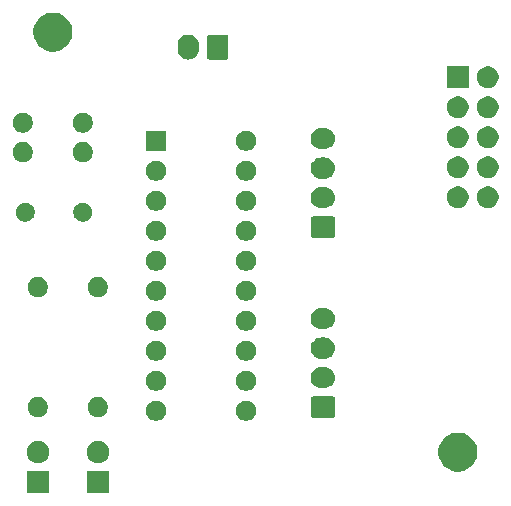
<source format=gbr>
G04 #@! TF.GenerationSoftware,KiCad,Pcbnew,(5.1.5)-3*
G04 #@! TF.CreationDate,2020-02-09T11:05:27+11:00*
G04 #@! TF.ProjectId,US_Board1,55535f42-6f61-4726-9431-2e6b69636164,rev?*
G04 #@! TF.SameCoordinates,Original*
G04 #@! TF.FileFunction,Soldermask,Top*
G04 #@! TF.FilePolarity,Negative*
%FSLAX46Y46*%
G04 Gerber Fmt 4.6, Leading zero omitted, Abs format (unit mm)*
G04 Created by KiCad (PCBNEW (5.1.5)-3) date 2020-02-09 11:05:27*
%MOMM*%
%LPD*%
G04 APERTURE LIST*
%ADD10C,0.100000*%
G04 APERTURE END LIST*
D10*
G36*
X134301000Y-119061000D02*
G01*
X132399000Y-119061000D01*
X132399000Y-117159000D01*
X134301000Y-117159000D01*
X134301000Y-119061000D01*
G37*
G36*
X129221000Y-119061000D02*
G01*
X127319000Y-119061000D01*
X127319000Y-117159000D01*
X129221000Y-117159000D01*
X129221000Y-119061000D01*
G37*
G36*
X164205256Y-113961298D02*
G01*
X164311579Y-113982447D01*
X164612042Y-114106903D01*
X164882451Y-114287585D01*
X165112415Y-114517549D01*
X165293097Y-114787958D01*
X165417553Y-115088421D01*
X165423742Y-115119534D01*
X165481000Y-115407389D01*
X165481000Y-115732611D01*
X165438702Y-115945256D01*
X165417553Y-116051579D01*
X165293097Y-116352042D01*
X165112415Y-116622451D01*
X164882451Y-116852415D01*
X164612042Y-117033097D01*
X164311579Y-117157553D01*
X164205256Y-117178702D01*
X163992611Y-117221000D01*
X163667389Y-117221000D01*
X163454744Y-117178702D01*
X163348421Y-117157553D01*
X163047958Y-117033097D01*
X162777549Y-116852415D01*
X162547585Y-116622451D01*
X162366903Y-116352042D01*
X162242447Y-116051579D01*
X162221298Y-115945256D01*
X162179000Y-115732611D01*
X162179000Y-115407389D01*
X162236258Y-115119534D01*
X162242447Y-115088421D01*
X162366903Y-114787958D01*
X162547585Y-114517549D01*
X162777549Y-114287585D01*
X163047958Y-114106903D01*
X163348421Y-113982447D01*
X163454744Y-113961298D01*
X163667389Y-113919000D01*
X163992611Y-113919000D01*
X164205256Y-113961298D01*
G37*
G36*
X128547395Y-114655546D02*
G01*
X128720466Y-114727234D01*
X128720467Y-114727235D01*
X128876227Y-114831310D01*
X129008690Y-114963773D01*
X129008691Y-114963775D01*
X129112766Y-115119534D01*
X129184454Y-115292605D01*
X129221000Y-115476333D01*
X129221000Y-115663667D01*
X129184454Y-115847395D01*
X129112766Y-116020466D01*
X129091977Y-116051579D01*
X129008690Y-116176227D01*
X128876227Y-116308690D01*
X128811349Y-116352040D01*
X128720466Y-116412766D01*
X128547395Y-116484454D01*
X128363667Y-116521000D01*
X128176333Y-116521000D01*
X127992605Y-116484454D01*
X127819534Y-116412766D01*
X127728651Y-116352040D01*
X127663773Y-116308690D01*
X127531310Y-116176227D01*
X127448023Y-116051579D01*
X127427234Y-116020466D01*
X127355546Y-115847395D01*
X127319000Y-115663667D01*
X127319000Y-115476333D01*
X127355546Y-115292605D01*
X127427234Y-115119534D01*
X127531309Y-114963775D01*
X127531310Y-114963773D01*
X127663773Y-114831310D01*
X127819533Y-114727235D01*
X127819534Y-114727234D01*
X127992605Y-114655546D01*
X128176333Y-114619000D01*
X128363667Y-114619000D01*
X128547395Y-114655546D01*
G37*
G36*
X133627395Y-114655546D02*
G01*
X133800466Y-114727234D01*
X133800467Y-114727235D01*
X133956227Y-114831310D01*
X134088690Y-114963773D01*
X134088691Y-114963775D01*
X134192766Y-115119534D01*
X134264454Y-115292605D01*
X134301000Y-115476333D01*
X134301000Y-115663667D01*
X134264454Y-115847395D01*
X134192766Y-116020466D01*
X134171977Y-116051579D01*
X134088690Y-116176227D01*
X133956227Y-116308690D01*
X133891349Y-116352040D01*
X133800466Y-116412766D01*
X133627395Y-116484454D01*
X133443667Y-116521000D01*
X133256333Y-116521000D01*
X133072605Y-116484454D01*
X132899534Y-116412766D01*
X132808651Y-116352040D01*
X132743773Y-116308690D01*
X132611310Y-116176227D01*
X132528023Y-116051579D01*
X132507234Y-116020466D01*
X132435546Y-115847395D01*
X132399000Y-115663667D01*
X132399000Y-115476333D01*
X132435546Y-115292605D01*
X132507234Y-115119534D01*
X132611309Y-114963775D01*
X132611310Y-114963773D01*
X132743773Y-114831310D01*
X132899533Y-114727235D01*
X132899534Y-114727234D01*
X133072605Y-114655546D01*
X133256333Y-114619000D01*
X133443667Y-114619000D01*
X133627395Y-114655546D01*
G37*
G36*
X138533229Y-111246704D02*
G01*
X138688101Y-111310854D01*
X138827482Y-111403986D01*
X138946016Y-111522520D01*
X139039148Y-111661901D01*
X139103298Y-111816773D01*
X139136001Y-111981185D01*
X139136001Y-112148817D01*
X139103298Y-112313229D01*
X139039148Y-112468101D01*
X138946016Y-112607482D01*
X138827482Y-112726016D01*
X138688101Y-112819148D01*
X138533229Y-112883298D01*
X138368817Y-112916001D01*
X138201185Y-112916001D01*
X138036773Y-112883298D01*
X137881901Y-112819148D01*
X137742520Y-112726016D01*
X137623986Y-112607482D01*
X137530854Y-112468101D01*
X137466704Y-112313229D01*
X137434001Y-112148817D01*
X137434001Y-111981185D01*
X137466704Y-111816773D01*
X137530854Y-111661901D01*
X137623986Y-111522520D01*
X137742520Y-111403986D01*
X137881901Y-111310854D01*
X138036773Y-111246704D01*
X138201185Y-111214001D01*
X138368817Y-111214001D01*
X138533229Y-111246704D01*
G37*
G36*
X146153229Y-111246704D02*
G01*
X146308101Y-111310854D01*
X146447482Y-111403986D01*
X146566016Y-111522520D01*
X146659148Y-111661901D01*
X146723298Y-111816773D01*
X146756001Y-111981185D01*
X146756001Y-112148817D01*
X146723298Y-112313229D01*
X146659148Y-112468101D01*
X146566016Y-112607482D01*
X146447482Y-112726016D01*
X146308101Y-112819148D01*
X146153229Y-112883298D01*
X145988817Y-112916001D01*
X145821185Y-112916001D01*
X145656773Y-112883298D01*
X145501901Y-112819148D01*
X145362520Y-112726016D01*
X145243986Y-112607482D01*
X145150854Y-112468101D01*
X145086704Y-112313229D01*
X145054001Y-112148817D01*
X145054001Y-111981185D01*
X145086704Y-111816773D01*
X145150854Y-111661901D01*
X145243986Y-111522520D01*
X145362520Y-111403986D01*
X145501901Y-111310854D01*
X145656773Y-111246704D01*
X145821185Y-111214001D01*
X145988817Y-111214001D01*
X146153229Y-111246704D01*
G37*
G36*
X153283600Y-110862989D02*
G01*
X153316652Y-110873015D01*
X153347103Y-110889292D01*
X153373799Y-110911201D01*
X153395708Y-110937897D01*
X153411985Y-110968348D01*
X153422011Y-111001400D01*
X153426000Y-111041903D01*
X153426000Y-112478097D01*
X153422011Y-112518600D01*
X153411985Y-112551652D01*
X153395708Y-112582103D01*
X153373799Y-112608799D01*
X153347103Y-112630708D01*
X153316652Y-112646985D01*
X153283600Y-112657011D01*
X153243097Y-112661000D01*
X151556903Y-112661000D01*
X151516400Y-112657011D01*
X151483348Y-112646985D01*
X151452897Y-112630708D01*
X151426201Y-112608799D01*
X151404292Y-112582103D01*
X151388015Y-112551652D01*
X151377989Y-112518600D01*
X151374000Y-112478097D01*
X151374000Y-111041903D01*
X151377989Y-111001400D01*
X151388015Y-110968348D01*
X151404292Y-110937897D01*
X151426201Y-110911201D01*
X151452897Y-110889292D01*
X151483348Y-110873015D01*
X151516400Y-110862989D01*
X151556903Y-110859000D01*
X153243097Y-110859000D01*
X153283600Y-110862989D01*
G37*
G36*
X128518228Y-110941703D02*
G01*
X128673100Y-111005853D01*
X128812481Y-111098985D01*
X128931015Y-111217519D01*
X129024147Y-111356900D01*
X129088297Y-111511772D01*
X129121000Y-111676184D01*
X129121000Y-111843816D01*
X129088297Y-112008228D01*
X129024147Y-112163100D01*
X128931015Y-112302481D01*
X128812481Y-112421015D01*
X128673100Y-112514147D01*
X128518228Y-112578297D01*
X128353816Y-112611000D01*
X128186184Y-112611000D01*
X128021772Y-112578297D01*
X127866900Y-112514147D01*
X127727519Y-112421015D01*
X127608985Y-112302481D01*
X127515853Y-112163100D01*
X127451703Y-112008228D01*
X127419000Y-111843816D01*
X127419000Y-111676184D01*
X127451703Y-111511772D01*
X127515853Y-111356900D01*
X127608985Y-111217519D01*
X127727519Y-111098985D01*
X127866900Y-111005853D01*
X128021772Y-110941703D01*
X128186184Y-110909000D01*
X128353816Y-110909000D01*
X128518228Y-110941703D01*
G37*
G36*
X133598228Y-110941703D02*
G01*
X133753100Y-111005853D01*
X133892481Y-111098985D01*
X134011015Y-111217519D01*
X134104147Y-111356900D01*
X134168297Y-111511772D01*
X134201000Y-111676184D01*
X134201000Y-111843816D01*
X134168297Y-112008228D01*
X134104147Y-112163100D01*
X134011015Y-112302481D01*
X133892481Y-112421015D01*
X133753100Y-112514147D01*
X133598228Y-112578297D01*
X133433816Y-112611000D01*
X133266184Y-112611000D01*
X133101772Y-112578297D01*
X132946900Y-112514147D01*
X132807519Y-112421015D01*
X132688985Y-112302481D01*
X132595853Y-112163100D01*
X132531703Y-112008228D01*
X132499000Y-111843816D01*
X132499000Y-111676184D01*
X132531703Y-111511772D01*
X132595853Y-111356900D01*
X132688985Y-111217519D01*
X132807519Y-111098985D01*
X132946900Y-111005853D01*
X133101772Y-110941703D01*
X133266184Y-110909000D01*
X133433816Y-110909000D01*
X133598228Y-110941703D01*
G37*
G36*
X138533229Y-108706704D02*
G01*
X138688101Y-108770854D01*
X138827482Y-108863986D01*
X138946016Y-108982520D01*
X139039148Y-109121901D01*
X139103298Y-109276773D01*
X139136001Y-109441185D01*
X139136001Y-109608817D01*
X139103298Y-109773229D01*
X139039148Y-109928101D01*
X138946016Y-110067482D01*
X138827482Y-110186016D01*
X138688101Y-110279148D01*
X138533229Y-110343298D01*
X138368817Y-110376001D01*
X138201185Y-110376001D01*
X138036773Y-110343298D01*
X137881901Y-110279148D01*
X137742520Y-110186016D01*
X137623986Y-110067482D01*
X137530854Y-109928101D01*
X137466704Y-109773229D01*
X137434001Y-109608817D01*
X137434001Y-109441185D01*
X137466704Y-109276773D01*
X137530854Y-109121901D01*
X137623986Y-108982520D01*
X137742520Y-108863986D01*
X137881901Y-108770854D01*
X138036773Y-108706704D01*
X138201185Y-108674001D01*
X138368817Y-108674001D01*
X138533229Y-108706704D01*
G37*
G36*
X146153229Y-108706704D02*
G01*
X146308101Y-108770854D01*
X146447482Y-108863986D01*
X146566016Y-108982520D01*
X146659148Y-109121901D01*
X146723298Y-109276773D01*
X146756001Y-109441185D01*
X146756001Y-109608817D01*
X146723298Y-109773229D01*
X146659148Y-109928101D01*
X146566016Y-110067482D01*
X146447482Y-110186016D01*
X146308101Y-110279148D01*
X146153229Y-110343298D01*
X145988817Y-110376001D01*
X145821185Y-110376001D01*
X145656773Y-110343298D01*
X145501901Y-110279148D01*
X145362520Y-110186016D01*
X145243986Y-110067482D01*
X145150854Y-109928101D01*
X145086704Y-109773229D01*
X145054001Y-109608817D01*
X145054001Y-109441185D01*
X145086704Y-109276773D01*
X145150854Y-109121901D01*
X145243986Y-108982520D01*
X145362520Y-108863986D01*
X145501901Y-108770854D01*
X145656773Y-108706704D01*
X145821185Y-108674001D01*
X145988817Y-108674001D01*
X146153229Y-108706704D01*
G37*
G36*
X152635443Y-108365519D02*
G01*
X152701627Y-108372037D01*
X152871466Y-108423557D01*
X153027991Y-108507222D01*
X153063729Y-108536552D01*
X153165186Y-108619814D01*
X153236495Y-108706706D01*
X153277778Y-108757009D01*
X153361443Y-108913534D01*
X153412963Y-109083373D01*
X153430359Y-109260000D01*
X153412963Y-109436627D01*
X153361443Y-109606466D01*
X153277778Y-109762991D01*
X153269375Y-109773230D01*
X153165186Y-109900186D01*
X153063729Y-109983448D01*
X153027991Y-110012778D01*
X152871466Y-110096443D01*
X152701627Y-110147963D01*
X152635442Y-110154482D01*
X152569260Y-110161000D01*
X152230740Y-110161000D01*
X152164558Y-110154482D01*
X152098373Y-110147963D01*
X151928534Y-110096443D01*
X151772009Y-110012778D01*
X151736271Y-109983448D01*
X151634814Y-109900186D01*
X151530625Y-109773230D01*
X151522222Y-109762991D01*
X151438557Y-109606466D01*
X151387037Y-109436627D01*
X151369641Y-109260000D01*
X151387037Y-109083373D01*
X151438557Y-108913534D01*
X151522222Y-108757009D01*
X151563505Y-108706706D01*
X151634814Y-108619814D01*
X151736271Y-108536552D01*
X151772009Y-108507222D01*
X151928534Y-108423557D01*
X152098373Y-108372037D01*
X152164557Y-108365519D01*
X152230740Y-108359000D01*
X152569260Y-108359000D01*
X152635443Y-108365519D01*
G37*
G36*
X146153229Y-106166704D02*
G01*
X146308101Y-106230854D01*
X146447482Y-106323986D01*
X146566016Y-106442520D01*
X146659148Y-106581901D01*
X146723298Y-106736773D01*
X146756001Y-106901185D01*
X146756001Y-107068817D01*
X146723298Y-107233229D01*
X146659148Y-107388101D01*
X146566016Y-107527482D01*
X146447482Y-107646016D01*
X146308101Y-107739148D01*
X146153229Y-107803298D01*
X145988817Y-107836001D01*
X145821185Y-107836001D01*
X145656773Y-107803298D01*
X145501901Y-107739148D01*
X145362520Y-107646016D01*
X145243986Y-107527482D01*
X145150854Y-107388101D01*
X145086704Y-107233229D01*
X145054001Y-107068817D01*
X145054001Y-106901185D01*
X145086704Y-106736773D01*
X145150854Y-106581901D01*
X145243986Y-106442520D01*
X145362520Y-106323986D01*
X145501901Y-106230854D01*
X145656773Y-106166704D01*
X145821185Y-106134001D01*
X145988817Y-106134001D01*
X146153229Y-106166704D01*
G37*
G36*
X138533229Y-106166704D02*
G01*
X138688101Y-106230854D01*
X138827482Y-106323986D01*
X138946016Y-106442520D01*
X139039148Y-106581901D01*
X139103298Y-106736773D01*
X139136001Y-106901185D01*
X139136001Y-107068817D01*
X139103298Y-107233229D01*
X139039148Y-107388101D01*
X138946016Y-107527482D01*
X138827482Y-107646016D01*
X138688101Y-107739148D01*
X138533229Y-107803298D01*
X138368817Y-107836001D01*
X138201185Y-107836001D01*
X138036773Y-107803298D01*
X137881901Y-107739148D01*
X137742520Y-107646016D01*
X137623986Y-107527482D01*
X137530854Y-107388101D01*
X137466704Y-107233229D01*
X137434001Y-107068817D01*
X137434001Y-106901185D01*
X137466704Y-106736773D01*
X137530854Y-106581901D01*
X137623986Y-106442520D01*
X137742520Y-106323986D01*
X137881901Y-106230854D01*
X138036773Y-106166704D01*
X138201185Y-106134001D01*
X138368817Y-106134001D01*
X138533229Y-106166704D01*
G37*
G36*
X152635442Y-105865518D02*
G01*
X152701627Y-105872037D01*
X152871466Y-105923557D01*
X153027991Y-106007222D01*
X153063729Y-106036552D01*
X153165186Y-106119814D01*
X153248448Y-106221271D01*
X153277778Y-106257009D01*
X153361443Y-106413534D01*
X153412963Y-106583373D01*
X153430359Y-106760000D01*
X153412963Y-106936627D01*
X153361443Y-107106466D01*
X153277778Y-107262991D01*
X153248448Y-107298729D01*
X153165186Y-107400186D01*
X153063729Y-107483448D01*
X153027991Y-107512778D01*
X152871466Y-107596443D01*
X152701627Y-107647963D01*
X152635442Y-107654482D01*
X152569260Y-107661000D01*
X152230740Y-107661000D01*
X152164558Y-107654482D01*
X152098373Y-107647963D01*
X151928534Y-107596443D01*
X151772009Y-107512778D01*
X151736271Y-107483448D01*
X151634814Y-107400186D01*
X151551552Y-107298729D01*
X151522222Y-107262991D01*
X151438557Y-107106466D01*
X151387037Y-106936627D01*
X151369641Y-106760000D01*
X151387037Y-106583373D01*
X151438557Y-106413534D01*
X151522222Y-106257009D01*
X151551552Y-106221271D01*
X151634814Y-106119814D01*
X151736271Y-106036552D01*
X151772009Y-106007222D01*
X151928534Y-105923557D01*
X152098373Y-105872037D01*
X152164558Y-105865518D01*
X152230740Y-105859000D01*
X152569260Y-105859000D01*
X152635442Y-105865518D01*
G37*
G36*
X146153229Y-103626704D02*
G01*
X146308101Y-103690854D01*
X146447482Y-103783986D01*
X146566016Y-103902520D01*
X146659148Y-104041901D01*
X146723298Y-104196773D01*
X146756001Y-104361185D01*
X146756001Y-104528817D01*
X146723298Y-104693229D01*
X146659148Y-104848101D01*
X146566016Y-104987482D01*
X146447482Y-105106016D01*
X146308101Y-105199148D01*
X146153229Y-105263298D01*
X145988817Y-105296001D01*
X145821185Y-105296001D01*
X145656773Y-105263298D01*
X145501901Y-105199148D01*
X145362520Y-105106016D01*
X145243986Y-104987482D01*
X145150854Y-104848101D01*
X145086704Y-104693229D01*
X145054001Y-104528817D01*
X145054001Y-104361185D01*
X145086704Y-104196773D01*
X145150854Y-104041901D01*
X145243986Y-103902520D01*
X145362520Y-103783986D01*
X145501901Y-103690854D01*
X145656773Y-103626704D01*
X145821185Y-103594001D01*
X145988817Y-103594001D01*
X146153229Y-103626704D01*
G37*
G36*
X138533229Y-103626704D02*
G01*
X138688101Y-103690854D01*
X138827482Y-103783986D01*
X138946016Y-103902520D01*
X139039148Y-104041901D01*
X139103298Y-104196773D01*
X139136001Y-104361185D01*
X139136001Y-104528817D01*
X139103298Y-104693229D01*
X139039148Y-104848101D01*
X138946016Y-104987482D01*
X138827482Y-105106016D01*
X138688101Y-105199148D01*
X138533229Y-105263298D01*
X138368817Y-105296001D01*
X138201185Y-105296001D01*
X138036773Y-105263298D01*
X137881901Y-105199148D01*
X137742520Y-105106016D01*
X137623986Y-104987482D01*
X137530854Y-104848101D01*
X137466704Y-104693229D01*
X137434001Y-104528817D01*
X137434001Y-104361185D01*
X137466704Y-104196773D01*
X137530854Y-104041901D01*
X137623986Y-103902520D01*
X137742520Y-103783986D01*
X137881901Y-103690854D01*
X138036773Y-103626704D01*
X138201185Y-103594001D01*
X138368817Y-103594001D01*
X138533229Y-103626704D01*
G37*
G36*
X152635443Y-103365519D02*
G01*
X152701627Y-103372037D01*
X152871466Y-103423557D01*
X153027991Y-103507222D01*
X153063729Y-103536552D01*
X153165186Y-103619814D01*
X153223485Y-103690853D01*
X153277778Y-103757009D01*
X153361443Y-103913534D01*
X153412963Y-104083373D01*
X153430359Y-104260000D01*
X153412963Y-104436627D01*
X153361443Y-104606466D01*
X153277778Y-104762991D01*
X153248448Y-104798729D01*
X153165186Y-104900186D01*
X153063729Y-104983448D01*
X153027991Y-105012778D01*
X152871466Y-105096443D01*
X152701627Y-105147963D01*
X152635442Y-105154482D01*
X152569260Y-105161000D01*
X152230740Y-105161000D01*
X152164557Y-105154481D01*
X152098373Y-105147963D01*
X151928534Y-105096443D01*
X151772009Y-105012778D01*
X151736271Y-104983448D01*
X151634814Y-104900186D01*
X151551552Y-104798729D01*
X151522222Y-104762991D01*
X151438557Y-104606466D01*
X151387037Y-104436627D01*
X151369641Y-104260000D01*
X151387037Y-104083373D01*
X151438557Y-103913534D01*
X151522222Y-103757009D01*
X151576515Y-103690853D01*
X151634814Y-103619814D01*
X151736271Y-103536552D01*
X151772009Y-103507222D01*
X151928534Y-103423557D01*
X152098373Y-103372037D01*
X152164557Y-103365519D01*
X152230740Y-103359000D01*
X152569260Y-103359000D01*
X152635443Y-103365519D01*
G37*
G36*
X146153229Y-101086704D02*
G01*
X146308101Y-101150854D01*
X146447482Y-101243986D01*
X146566016Y-101362520D01*
X146659148Y-101501901D01*
X146723298Y-101656773D01*
X146756001Y-101821185D01*
X146756001Y-101988817D01*
X146723298Y-102153229D01*
X146659148Y-102308101D01*
X146566016Y-102447482D01*
X146447482Y-102566016D01*
X146308101Y-102659148D01*
X146153229Y-102723298D01*
X145988817Y-102756001D01*
X145821185Y-102756001D01*
X145656773Y-102723298D01*
X145501901Y-102659148D01*
X145362520Y-102566016D01*
X145243986Y-102447482D01*
X145150854Y-102308101D01*
X145086704Y-102153229D01*
X145054001Y-101988817D01*
X145054001Y-101821185D01*
X145086704Y-101656773D01*
X145150854Y-101501901D01*
X145243986Y-101362520D01*
X145362520Y-101243986D01*
X145501901Y-101150854D01*
X145656773Y-101086704D01*
X145821185Y-101054001D01*
X145988817Y-101054001D01*
X146153229Y-101086704D01*
G37*
G36*
X138533229Y-101086704D02*
G01*
X138688101Y-101150854D01*
X138827482Y-101243986D01*
X138946016Y-101362520D01*
X139039148Y-101501901D01*
X139103298Y-101656773D01*
X139136001Y-101821185D01*
X139136001Y-101988817D01*
X139103298Y-102153229D01*
X139039148Y-102308101D01*
X138946016Y-102447482D01*
X138827482Y-102566016D01*
X138688101Y-102659148D01*
X138533229Y-102723298D01*
X138368817Y-102756001D01*
X138201185Y-102756001D01*
X138036773Y-102723298D01*
X137881901Y-102659148D01*
X137742520Y-102566016D01*
X137623986Y-102447482D01*
X137530854Y-102308101D01*
X137466704Y-102153229D01*
X137434001Y-101988817D01*
X137434001Y-101821185D01*
X137466704Y-101656773D01*
X137530854Y-101501901D01*
X137623986Y-101362520D01*
X137742520Y-101243986D01*
X137881901Y-101150854D01*
X138036773Y-101086704D01*
X138201185Y-101054001D01*
X138368817Y-101054001D01*
X138533229Y-101086704D01*
G37*
G36*
X128518228Y-100781703D02*
G01*
X128673100Y-100845853D01*
X128812481Y-100938985D01*
X128931015Y-101057519D01*
X129024147Y-101196900D01*
X129088297Y-101351772D01*
X129121000Y-101516184D01*
X129121000Y-101683816D01*
X129088297Y-101848228D01*
X129024147Y-102003100D01*
X128931015Y-102142481D01*
X128812481Y-102261015D01*
X128673100Y-102354147D01*
X128518228Y-102418297D01*
X128353816Y-102451000D01*
X128186184Y-102451000D01*
X128021772Y-102418297D01*
X127866900Y-102354147D01*
X127727519Y-102261015D01*
X127608985Y-102142481D01*
X127515853Y-102003100D01*
X127451703Y-101848228D01*
X127419000Y-101683816D01*
X127419000Y-101516184D01*
X127451703Y-101351772D01*
X127515853Y-101196900D01*
X127608985Y-101057519D01*
X127727519Y-100938985D01*
X127866900Y-100845853D01*
X128021772Y-100781703D01*
X128186184Y-100749000D01*
X128353816Y-100749000D01*
X128518228Y-100781703D01*
G37*
G36*
X133598228Y-100781703D02*
G01*
X133753100Y-100845853D01*
X133892481Y-100938985D01*
X134011015Y-101057519D01*
X134104147Y-101196900D01*
X134168297Y-101351772D01*
X134201000Y-101516184D01*
X134201000Y-101683816D01*
X134168297Y-101848228D01*
X134104147Y-102003100D01*
X134011015Y-102142481D01*
X133892481Y-102261015D01*
X133753100Y-102354147D01*
X133598228Y-102418297D01*
X133433816Y-102451000D01*
X133266184Y-102451000D01*
X133101772Y-102418297D01*
X132946900Y-102354147D01*
X132807519Y-102261015D01*
X132688985Y-102142481D01*
X132595853Y-102003100D01*
X132531703Y-101848228D01*
X132499000Y-101683816D01*
X132499000Y-101516184D01*
X132531703Y-101351772D01*
X132595853Y-101196900D01*
X132688985Y-101057519D01*
X132807519Y-100938985D01*
X132946900Y-100845853D01*
X133101772Y-100781703D01*
X133266184Y-100749000D01*
X133433816Y-100749000D01*
X133598228Y-100781703D01*
G37*
G36*
X146153229Y-98546704D02*
G01*
X146308101Y-98610854D01*
X146447482Y-98703986D01*
X146566016Y-98822520D01*
X146659148Y-98961901D01*
X146723298Y-99116773D01*
X146756001Y-99281185D01*
X146756001Y-99448817D01*
X146723298Y-99613229D01*
X146659148Y-99768101D01*
X146566016Y-99907482D01*
X146447482Y-100026016D01*
X146308101Y-100119148D01*
X146153229Y-100183298D01*
X145988817Y-100216001D01*
X145821185Y-100216001D01*
X145656773Y-100183298D01*
X145501901Y-100119148D01*
X145362520Y-100026016D01*
X145243986Y-99907482D01*
X145150854Y-99768101D01*
X145086704Y-99613229D01*
X145054001Y-99448817D01*
X145054001Y-99281185D01*
X145086704Y-99116773D01*
X145150854Y-98961901D01*
X145243986Y-98822520D01*
X145362520Y-98703986D01*
X145501901Y-98610854D01*
X145656773Y-98546704D01*
X145821185Y-98514001D01*
X145988817Y-98514001D01*
X146153229Y-98546704D01*
G37*
G36*
X138533229Y-98546704D02*
G01*
X138688101Y-98610854D01*
X138827482Y-98703986D01*
X138946016Y-98822520D01*
X139039148Y-98961901D01*
X139103298Y-99116773D01*
X139136001Y-99281185D01*
X139136001Y-99448817D01*
X139103298Y-99613229D01*
X139039148Y-99768101D01*
X138946016Y-99907482D01*
X138827482Y-100026016D01*
X138688101Y-100119148D01*
X138533229Y-100183298D01*
X138368817Y-100216001D01*
X138201185Y-100216001D01*
X138036773Y-100183298D01*
X137881901Y-100119148D01*
X137742520Y-100026016D01*
X137623986Y-99907482D01*
X137530854Y-99768101D01*
X137466704Y-99613229D01*
X137434001Y-99448817D01*
X137434001Y-99281185D01*
X137466704Y-99116773D01*
X137530854Y-98961901D01*
X137623986Y-98822520D01*
X137742520Y-98703986D01*
X137881901Y-98610854D01*
X138036773Y-98546704D01*
X138201185Y-98514001D01*
X138368817Y-98514001D01*
X138533229Y-98546704D01*
G37*
G36*
X146153229Y-96006704D02*
G01*
X146308101Y-96070854D01*
X146447482Y-96163986D01*
X146566016Y-96282520D01*
X146659148Y-96421901D01*
X146723298Y-96576773D01*
X146756001Y-96741185D01*
X146756001Y-96908817D01*
X146723298Y-97073229D01*
X146659148Y-97228101D01*
X146566016Y-97367482D01*
X146447482Y-97486016D01*
X146308101Y-97579148D01*
X146153229Y-97643298D01*
X145988817Y-97676001D01*
X145821185Y-97676001D01*
X145656773Y-97643298D01*
X145501901Y-97579148D01*
X145362520Y-97486016D01*
X145243986Y-97367482D01*
X145150854Y-97228101D01*
X145086704Y-97073229D01*
X145054001Y-96908817D01*
X145054001Y-96741185D01*
X145086704Y-96576773D01*
X145150854Y-96421901D01*
X145243986Y-96282520D01*
X145362520Y-96163986D01*
X145501901Y-96070854D01*
X145656773Y-96006704D01*
X145821185Y-95974001D01*
X145988817Y-95974001D01*
X146153229Y-96006704D01*
G37*
G36*
X138533229Y-96006704D02*
G01*
X138688101Y-96070854D01*
X138827482Y-96163986D01*
X138946016Y-96282520D01*
X139039148Y-96421901D01*
X139103298Y-96576773D01*
X139136001Y-96741185D01*
X139136001Y-96908817D01*
X139103298Y-97073229D01*
X139039148Y-97228101D01*
X138946016Y-97367482D01*
X138827482Y-97486016D01*
X138688101Y-97579148D01*
X138533229Y-97643298D01*
X138368817Y-97676001D01*
X138201185Y-97676001D01*
X138036773Y-97643298D01*
X137881901Y-97579148D01*
X137742520Y-97486016D01*
X137623986Y-97367482D01*
X137530854Y-97228101D01*
X137466704Y-97073229D01*
X137434001Y-96908817D01*
X137434001Y-96741185D01*
X137466704Y-96576773D01*
X137530854Y-96421901D01*
X137623986Y-96282520D01*
X137742520Y-96163986D01*
X137881901Y-96070854D01*
X138036773Y-96006704D01*
X138201185Y-95974001D01*
X138368817Y-95974001D01*
X138533229Y-96006704D01*
G37*
G36*
X153283600Y-95622989D02*
G01*
X153316652Y-95633015D01*
X153347103Y-95649292D01*
X153373799Y-95671201D01*
X153395708Y-95697897D01*
X153411985Y-95728348D01*
X153422011Y-95761400D01*
X153426000Y-95801903D01*
X153426000Y-97238097D01*
X153422011Y-97278600D01*
X153411985Y-97311652D01*
X153395708Y-97342103D01*
X153373799Y-97368799D01*
X153347103Y-97390708D01*
X153316652Y-97406985D01*
X153283600Y-97417011D01*
X153243097Y-97421000D01*
X151556903Y-97421000D01*
X151516400Y-97417011D01*
X151483348Y-97406985D01*
X151452897Y-97390708D01*
X151426201Y-97368799D01*
X151404292Y-97342103D01*
X151388015Y-97311652D01*
X151377989Y-97278600D01*
X151374000Y-97238097D01*
X151374000Y-95801903D01*
X151377989Y-95761400D01*
X151388015Y-95728348D01*
X151404292Y-95697897D01*
X151426201Y-95671201D01*
X151452897Y-95649292D01*
X151483348Y-95633015D01*
X151516400Y-95622989D01*
X151556903Y-95619000D01*
X153243097Y-95619000D01*
X153283600Y-95622989D01*
G37*
G36*
X132313642Y-94479781D02*
G01*
X132459414Y-94540162D01*
X132459416Y-94540163D01*
X132590608Y-94627822D01*
X132702178Y-94739392D01*
X132789837Y-94870584D01*
X132789838Y-94870586D01*
X132850219Y-95016358D01*
X132881000Y-95171107D01*
X132881000Y-95328893D01*
X132850219Y-95483642D01*
X132792499Y-95622989D01*
X132789837Y-95629416D01*
X132702178Y-95760608D01*
X132590608Y-95872178D01*
X132459416Y-95959837D01*
X132459415Y-95959838D01*
X132459414Y-95959838D01*
X132313642Y-96020219D01*
X132158893Y-96051000D01*
X132001107Y-96051000D01*
X131846358Y-96020219D01*
X131700586Y-95959838D01*
X131700585Y-95959838D01*
X131700584Y-95959837D01*
X131569392Y-95872178D01*
X131457822Y-95760608D01*
X131370163Y-95629416D01*
X131367501Y-95622989D01*
X131309781Y-95483642D01*
X131279000Y-95328893D01*
X131279000Y-95171107D01*
X131309781Y-95016358D01*
X131370162Y-94870586D01*
X131370163Y-94870584D01*
X131457822Y-94739392D01*
X131569392Y-94627822D01*
X131700584Y-94540163D01*
X131700586Y-94540162D01*
X131846358Y-94479781D01*
X132001107Y-94449000D01*
X132158893Y-94449000D01*
X132313642Y-94479781D01*
G37*
G36*
X127433642Y-94479781D02*
G01*
X127579414Y-94540162D01*
X127579416Y-94540163D01*
X127710608Y-94627822D01*
X127822178Y-94739392D01*
X127909837Y-94870584D01*
X127909838Y-94870586D01*
X127970219Y-95016358D01*
X128001000Y-95171107D01*
X128001000Y-95328893D01*
X127970219Y-95483642D01*
X127912499Y-95622989D01*
X127909837Y-95629416D01*
X127822178Y-95760608D01*
X127710608Y-95872178D01*
X127579416Y-95959837D01*
X127579415Y-95959838D01*
X127579414Y-95959838D01*
X127433642Y-96020219D01*
X127278893Y-96051000D01*
X127121107Y-96051000D01*
X126966358Y-96020219D01*
X126820586Y-95959838D01*
X126820585Y-95959838D01*
X126820584Y-95959837D01*
X126689392Y-95872178D01*
X126577822Y-95760608D01*
X126490163Y-95629416D01*
X126487501Y-95622989D01*
X126429781Y-95483642D01*
X126399000Y-95328893D01*
X126399000Y-95171107D01*
X126429781Y-95016358D01*
X126490162Y-94870586D01*
X126490163Y-94870584D01*
X126577822Y-94739392D01*
X126689392Y-94627822D01*
X126820584Y-94540163D01*
X126820586Y-94540162D01*
X126966358Y-94479781D01*
X127121107Y-94449000D01*
X127278893Y-94449000D01*
X127433642Y-94479781D01*
G37*
G36*
X146153229Y-93466704D02*
G01*
X146308101Y-93530854D01*
X146447482Y-93623986D01*
X146566016Y-93742520D01*
X146659148Y-93881901D01*
X146723298Y-94036773D01*
X146756001Y-94201185D01*
X146756001Y-94368817D01*
X146723298Y-94533229D01*
X146659148Y-94688101D01*
X146566016Y-94827482D01*
X146447482Y-94946016D01*
X146308101Y-95039148D01*
X146153229Y-95103298D01*
X145988817Y-95136001D01*
X145821185Y-95136001D01*
X145656773Y-95103298D01*
X145501901Y-95039148D01*
X145362520Y-94946016D01*
X145243986Y-94827482D01*
X145150854Y-94688101D01*
X145086704Y-94533229D01*
X145054001Y-94368817D01*
X145054001Y-94201185D01*
X145086704Y-94036773D01*
X145150854Y-93881901D01*
X145243986Y-93742520D01*
X145362520Y-93623986D01*
X145501901Y-93530854D01*
X145656773Y-93466704D01*
X145821185Y-93434001D01*
X145988817Y-93434001D01*
X146153229Y-93466704D01*
G37*
G36*
X138533229Y-93466704D02*
G01*
X138688101Y-93530854D01*
X138827482Y-93623986D01*
X138946016Y-93742520D01*
X139039148Y-93881901D01*
X139103298Y-94036773D01*
X139136001Y-94201185D01*
X139136001Y-94368817D01*
X139103298Y-94533229D01*
X139039148Y-94688101D01*
X138946016Y-94827482D01*
X138827482Y-94946016D01*
X138688101Y-95039148D01*
X138533229Y-95103298D01*
X138368817Y-95136001D01*
X138201185Y-95136001D01*
X138036773Y-95103298D01*
X137881901Y-95039148D01*
X137742520Y-94946016D01*
X137623986Y-94827482D01*
X137530854Y-94688101D01*
X137466704Y-94533229D01*
X137434001Y-94368817D01*
X137434001Y-94201185D01*
X137466704Y-94036773D01*
X137530854Y-93881901D01*
X137623986Y-93742520D01*
X137742520Y-93623986D01*
X137881901Y-93530854D01*
X138036773Y-93466704D01*
X138201185Y-93434001D01*
X138368817Y-93434001D01*
X138533229Y-93466704D01*
G37*
G36*
X152635443Y-93125519D02*
G01*
X152701627Y-93132037D01*
X152871466Y-93183557D01*
X153027991Y-93267222D01*
X153063729Y-93296552D01*
X153165186Y-93379814D01*
X153236495Y-93466706D01*
X153277778Y-93517009D01*
X153361443Y-93673534D01*
X153412963Y-93843373D01*
X153430359Y-94020000D01*
X153412963Y-94196627D01*
X153361443Y-94366466D01*
X153277778Y-94522991D01*
X153269375Y-94533230D01*
X153165186Y-94660186D01*
X153063729Y-94743448D01*
X153027991Y-94772778D01*
X152871466Y-94856443D01*
X152701627Y-94907963D01*
X152635442Y-94914482D01*
X152569260Y-94921000D01*
X152230740Y-94921000D01*
X152164557Y-94914481D01*
X152098373Y-94907963D01*
X151928534Y-94856443D01*
X151772009Y-94772778D01*
X151736271Y-94743448D01*
X151634814Y-94660186D01*
X151530625Y-94533230D01*
X151522222Y-94522991D01*
X151438557Y-94366466D01*
X151387037Y-94196627D01*
X151369641Y-94020000D01*
X151387037Y-93843373D01*
X151438557Y-93673534D01*
X151522222Y-93517009D01*
X151563505Y-93466706D01*
X151634814Y-93379814D01*
X151736271Y-93296552D01*
X151772009Y-93267222D01*
X151928534Y-93183557D01*
X152098373Y-93132037D01*
X152164557Y-93125519D01*
X152230740Y-93119000D01*
X152569260Y-93119000D01*
X152635443Y-93125519D01*
G37*
G36*
X166636778Y-93100547D02*
G01*
X166803224Y-93169491D01*
X166953022Y-93269583D01*
X167080417Y-93396978D01*
X167180509Y-93546776D01*
X167249453Y-93713222D01*
X167284600Y-93889918D01*
X167284600Y-94070082D01*
X167249453Y-94246778D01*
X167180509Y-94413224D01*
X167080417Y-94563022D01*
X166953022Y-94690417D01*
X166803224Y-94790509D01*
X166636778Y-94859453D01*
X166460082Y-94894600D01*
X166279918Y-94894600D01*
X166103222Y-94859453D01*
X165936776Y-94790509D01*
X165786978Y-94690417D01*
X165659583Y-94563022D01*
X165559491Y-94413224D01*
X165490547Y-94246778D01*
X165455400Y-94070082D01*
X165455400Y-93889918D01*
X165490547Y-93713222D01*
X165559491Y-93546776D01*
X165659583Y-93396978D01*
X165786978Y-93269583D01*
X165936776Y-93169491D01*
X166103222Y-93100547D01*
X166279918Y-93065400D01*
X166460082Y-93065400D01*
X166636778Y-93100547D01*
G37*
G36*
X164096778Y-93100547D02*
G01*
X164263224Y-93169491D01*
X164413022Y-93269583D01*
X164540417Y-93396978D01*
X164640509Y-93546776D01*
X164709453Y-93713222D01*
X164744600Y-93889918D01*
X164744600Y-94070082D01*
X164709453Y-94246778D01*
X164640509Y-94413224D01*
X164540417Y-94563022D01*
X164413022Y-94690417D01*
X164263224Y-94790509D01*
X164096778Y-94859453D01*
X163920082Y-94894600D01*
X163739918Y-94894600D01*
X163563222Y-94859453D01*
X163396776Y-94790509D01*
X163246978Y-94690417D01*
X163119583Y-94563022D01*
X163019491Y-94413224D01*
X162950547Y-94246778D01*
X162915400Y-94070082D01*
X162915400Y-93889918D01*
X162950547Y-93713222D01*
X163019491Y-93546776D01*
X163119583Y-93396978D01*
X163246978Y-93269583D01*
X163396776Y-93169491D01*
X163563222Y-93100547D01*
X163739918Y-93065400D01*
X163920082Y-93065400D01*
X164096778Y-93100547D01*
G37*
G36*
X138533229Y-90926704D02*
G01*
X138688101Y-90990854D01*
X138827482Y-91083986D01*
X138946016Y-91202520D01*
X139039148Y-91341901D01*
X139103298Y-91496773D01*
X139136001Y-91661185D01*
X139136001Y-91828817D01*
X139103298Y-91993229D01*
X139039148Y-92148101D01*
X138946016Y-92287482D01*
X138827482Y-92406016D01*
X138688101Y-92499148D01*
X138533229Y-92563298D01*
X138368817Y-92596001D01*
X138201185Y-92596001D01*
X138036773Y-92563298D01*
X137881901Y-92499148D01*
X137742520Y-92406016D01*
X137623986Y-92287482D01*
X137530854Y-92148101D01*
X137466704Y-91993229D01*
X137434001Y-91828817D01*
X137434001Y-91661185D01*
X137466704Y-91496773D01*
X137530854Y-91341901D01*
X137623986Y-91202520D01*
X137742520Y-91083986D01*
X137881901Y-90990854D01*
X138036773Y-90926704D01*
X138201185Y-90894001D01*
X138368817Y-90894001D01*
X138533229Y-90926704D01*
G37*
G36*
X146153229Y-90926704D02*
G01*
X146308101Y-90990854D01*
X146447482Y-91083986D01*
X146566016Y-91202520D01*
X146659148Y-91341901D01*
X146723298Y-91496773D01*
X146756001Y-91661185D01*
X146756001Y-91828817D01*
X146723298Y-91993229D01*
X146659148Y-92148101D01*
X146566016Y-92287482D01*
X146447482Y-92406016D01*
X146308101Y-92499148D01*
X146153229Y-92563298D01*
X145988817Y-92596001D01*
X145821185Y-92596001D01*
X145656773Y-92563298D01*
X145501901Y-92499148D01*
X145362520Y-92406016D01*
X145243986Y-92287482D01*
X145150854Y-92148101D01*
X145086704Y-91993229D01*
X145054001Y-91828817D01*
X145054001Y-91661185D01*
X145086704Y-91496773D01*
X145150854Y-91341901D01*
X145243986Y-91202520D01*
X145362520Y-91083986D01*
X145501901Y-90990854D01*
X145656773Y-90926704D01*
X145821185Y-90894001D01*
X145988817Y-90894001D01*
X146153229Y-90926704D01*
G37*
G36*
X152635442Y-90625518D02*
G01*
X152701627Y-90632037D01*
X152871466Y-90683557D01*
X153027991Y-90767222D01*
X153063729Y-90796552D01*
X153165186Y-90879814D01*
X153248448Y-90981271D01*
X153277778Y-91017009D01*
X153361443Y-91173534D01*
X153412963Y-91343373D01*
X153430359Y-91520000D01*
X153412963Y-91696627D01*
X153361443Y-91866466D01*
X153277778Y-92022991D01*
X153248448Y-92058729D01*
X153165186Y-92160186D01*
X153063729Y-92243448D01*
X153027991Y-92272778D01*
X152871466Y-92356443D01*
X152701627Y-92407963D01*
X152635442Y-92414482D01*
X152569260Y-92421000D01*
X152230740Y-92421000D01*
X152164557Y-92414481D01*
X152098373Y-92407963D01*
X151928534Y-92356443D01*
X151772009Y-92272778D01*
X151736271Y-92243448D01*
X151634814Y-92160186D01*
X151551552Y-92058729D01*
X151522222Y-92022991D01*
X151438557Y-91866466D01*
X151387037Y-91696627D01*
X151369641Y-91520000D01*
X151387037Y-91343373D01*
X151438557Y-91173534D01*
X151522222Y-91017009D01*
X151551552Y-90981271D01*
X151634814Y-90879814D01*
X151736271Y-90796552D01*
X151772009Y-90767222D01*
X151928534Y-90683557D01*
X152098373Y-90632037D01*
X152164558Y-90625518D01*
X152230740Y-90619000D01*
X152569260Y-90619000D01*
X152635442Y-90625518D01*
G37*
G36*
X164096778Y-90560547D02*
G01*
X164263224Y-90629491D01*
X164413022Y-90729583D01*
X164540417Y-90856978D01*
X164640509Y-91006776D01*
X164709453Y-91173222D01*
X164744600Y-91349918D01*
X164744600Y-91530082D01*
X164709453Y-91706778D01*
X164640509Y-91873224D01*
X164540417Y-92023022D01*
X164413022Y-92150417D01*
X164263224Y-92250509D01*
X164096778Y-92319453D01*
X163920082Y-92354600D01*
X163739918Y-92354600D01*
X163563222Y-92319453D01*
X163396776Y-92250509D01*
X163246978Y-92150417D01*
X163119583Y-92023022D01*
X163019491Y-91873224D01*
X162950547Y-91706778D01*
X162915400Y-91530082D01*
X162915400Y-91349918D01*
X162950547Y-91173222D01*
X163019491Y-91006776D01*
X163119583Y-90856978D01*
X163246978Y-90729583D01*
X163396776Y-90629491D01*
X163563222Y-90560547D01*
X163739918Y-90525400D01*
X163920082Y-90525400D01*
X164096778Y-90560547D01*
G37*
G36*
X166636778Y-90560547D02*
G01*
X166803224Y-90629491D01*
X166953022Y-90729583D01*
X167080417Y-90856978D01*
X167180509Y-91006776D01*
X167249453Y-91173222D01*
X167284600Y-91349918D01*
X167284600Y-91530082D01*
X167249453Y-91706778D01*
X167180509Y-91873224D01*
X167080417Y-92023022D01*
X166953022Y-92150417D01*
X166803224Y-92250509D01*
X166636778Y-92319453D01*
X166460082Y-92354600D01*
X166279918Y-92354600D01*
X166103222Y-92319453D01*
X165936776Y-92250509D01*
X165786978Y-92150417D01*
X165659583Y-92023022D01*
X165559491Y-91873224D01*
X165490547Y-91706778D01*
X165455400Y-91530082D01*
X165455400Y-91349918D01*
X165490547Y-91173222D01*
X165559491Y-91006776D01*
X165659583Y-90856978D01*
X165786978Y-90729583D01*
X165936776Y-90629491D01*
X166103222Y-90560547D01*
X166279918Y-90525400D01*
X166460082Y-90525400D01*
X166636778Y-90560547D01*
G37*
G36*
X132328228Y-89351703D02*
G01*
X132483100Y-89415853D01*
X132622481Y-89508985D01*
X132741015Y-89627519D01*
X132834147Y-89766900D01*
X132898297Y-89921772D01*
X132931000Y-90086184D01*
X132931000Y-90253816D01*
X132898297Y-90418228D01*
X132834147Y-90573100D01*
X132741015Y-90712481D01*
X132622481Y-90831015D01*
X132483100Y-90924147D01*
X132328228Y-90988297D01*
X132163816Y-91021000D01*
X131996184Y-91021000D01*
X131831772Y-90988297D01*
X131676900Y-90924147D01*
X131537519Y-90831015D01*
X131418985Y-90712481D01*
X131325853Y-90573100D01*
X131261703Y-90418228D01*
X131229000Y-90253816D01*
X131229000Y-90086184D01*
X131261703Y-89921772D01*
X131325853Y-89766900D01*
X131418985Y-89627519D01*
X131537519Y-89508985D01*
X131676900Y-89415853D01*
X131831772Y-89351703D01*
X131996184Y-89319000D01*
X132163816Y-89319000D01*
X132328228Y-89351703D01*
G37*
G36*
X127248228Y-89351703D02*
G01*
X127403100Y-89415853D01*
X127542481Y-89508985D01*
X127661015Y-89627519D01*
X127754147Y-89766900D01*
X127818297Y-89921772D01*
X127851000Y-90086184D01*
X127851000Y-90253816D01*
X127818297Y-90418228D01*
X127754147Y-90573100D01*
X127661015Y-90712481D01*
X127542481Y-90831015D01*
X127403100Y-90924147D01*
X127248228Y-90988297D01*
X127083816Y-91021000D01*
X126916184Y-91021000D01*
X126751772Y-90988297D01*
X126596900Y-90924147D01*
X126457519Y-90831015D01*
X126338985Y-90712481D01*
X126245853Y-90573100D01*
X126181703Y-90418228D01*
X126149000Y-90253816D01*
X126149000Y-90086184D01*
X126181703Y-89921772D01*
X126245853Y-89766900D01*
X126338985Y-89627519D01*
X126457519Y-89508985D01*
X126596900Y-89415853D01*
X126751772Y-89351703D01*
X126916184Y-89319000D01*
X127083816Y-89319000D01*
X127248228Y-89351703D01*
G37*
G36*
X139136001Y-90056001D02*
G01*
X137434001Y-90056001D01*
X137434001Y-88354001D01*
X139136001Y-88354001D01*
X139136001Y-90056001D01*
G37*
G36*
X146153229Y-88386704D02*
G01*
X146308101Y-88450854D01*
X146447482Y-88543986D01*
X146566016Y-88662520D01*
X146659148Y-88801901D01*
X146723298Y-88956773D01*
X146756001Y-89121185D01*
X146756001Y-89288817D01*
X146723298Y-89453229D01*
X146659148Y-89608101D01*
X146566016Y-89747482D01*
X146447482Y-89866016D01*
X146308101Y-89959148D01*
X146153229Y-90023298D01*
X145988817Y-90056001D01*
X145821185Y-90056001D01*
X145656773Y-90023298D01*
X145501901Y-89959148D01*
X145362520Y-89866016D01*
X145243986Y-89747482D01*
X145150854Y-89608101D01*
X145086704Y-89453229D01*
X145054001Y-89288817D01*
X145054001Y-89121185D01*
X145086704Y-88956773D01*
X145150854Y-88801901D01*
X145243986Y-88662520D01*
X145362520Y-88543986D01*
X145501901Y-88450854D01*
X145656773Y-88386704D01*
X145821185Y-88354001D01*
X145988817Y-88354001D01*
X146153229Y-88386704D01*
G37*
G36*
X152635442Y-88125518D02*
G01*
X152701627Y-88132037D01*
X152871466Y-88183557D01*
X153027991Y-88267222D01*
X153063729Y-88296552D01*
X153165186Y-88379814D01*
X153223485Y-88450853D01*
X153277778Y-88517009D01*
X153361443Y-88673534D01*
X153412963Y-88843373D01*
X153430359Y-89020000D01*
X153412963Y-89196627D01*
X153361443Y-89366466D01*
X153277778Y-89522991D01*
X153248448Y-89558729D01*
X153165186Y-89660186D01*
X153063729Y-89743448D01*
X153027991Y-89772778D01*
X152871466Y-89856443D01*
X152701627Y-89907963D01*
X152635443Y-89914481D01*
X152569260Y-89921000D01*
X152230740Y-89921000D01*
X152164557Y-89914481D01*
X152098373Y-89907963D01*
X151928534Y-89856443D01*
X151772009Y-89772778D01*
X151736271Y-89743448D01*
X151634814Y-89660186D01*
X151551552Y-89558729D01*
X151522222Y-89522991D01*
X151438557Y-89366466D01*
X151387037Y-89196627D01*
X151369641Y-89020000D01*
X151387037Y-88843373D01*
X151438557Y-88673534D01*
X151522222Y-88517009D01*
X151576515Y-88450853D01*
X151634814Y-88379814D01*
X151736271Y-88296552D01*
X151772009Y-88267222D01*
X151928534Y-88183557D01*
X152098373Y-88132037D01*
X152164558Y-88125518D01*
X152230740Y-88119000D01*
X152569260Y-88119000D01*
X152635442Y-88125518D01*
G37*
G36*
X164096778Y-88020547D02*
G01*
X164263224Y-88089491D01*
X164413022Y-88189583D01*
X164540417Y-88316978D01*
X164640509Y-88466776D01*
X164709453Y-88633222D01*
X164744600Y-88809918D01*
X164744600Y-88990082D01*
X164709453Y-89166778D01*
X164640509Y-89333224D01*
X164540417Y-89483022D01*
X164413022Y-89610417D01*
X164263224Y-89710509D01*
X164096778Y-89779453D01*
X163920082Y-89814600D01*
X163739918Y-89814600D01*
X163563222Y-89779453D01*
X163396776Y-89710509D01*
X163246978Y-89610417D01*
X163119583Y-89483022D01*
X163019491Y-89333224D01*
X162950547Y-89166778D01*
X162915400Y-88990082D01*
X162915400Y-88809918D01*
X162950547Y-88633222D01*
X163019491Y-88466776D01*
X163119583Y-88316978D01*
X163246978Y-88189583D01*
X163396776Y-88089491D01*
X163563222Y-88020547D01*
X163739918Y-87985400D01*
X163920082Y-87985400D01*
X164096778Y-88020547D01*
G37*
G36*
X166636778Y-88020547D02*
G01*
X166803224Y-88089491D01*
X166953022Y-88189583D01*
X167080417Y-88316978D01*
X167180509Y-88466776D01*
X167249453Y-88633222D01*
X167284600Y-88809918D01*
X167284600Y-88990082D01*
X167249453Y-89166778D01*
X167180509Y-89333224D01*
X167080417Y-89483022D01*
X166953022Y-89610417D01*
X166803224Y-89710509D01*
X166636778Y-89779453D01*
X166460082Y-89814600D01*
X166279918Y-89814600D01*
X166103222Y-89779453D01*
X165936776Y-89710509D01*
X165786978Y-89610417D01*
X165659583Y-89483022D01*
X165559491Y-89333224D01*
X165490547Y-89166778D01*
X165455400Y-88990082D01*
X165455400Y-88809918D01*
X165490547Y-88633222D01*
X165559491Y-88466776D01*
X165659583Y-88316978D01*
X165786978Y-88189583D01*
X165936776Y-88089491D01*
X166103222Y-88020547D01*
X166279918Y-87985400D01*
X166460082Y-87985400D01*
X166636778Y-88020547D01*
G37*
G36*
X132328228Y-86851703D02*
G01*
X132483100Y-86915853D01*
X132622481Y-87008985D01*
X132741015Y-87127519D01*
X132834147Y-87266900D01*
X132898297Y-87421772D01*
X132931000Y-87586184D01*
X132931000Y-87753816D01*
X132898297Y-87918228D01*
X132834147Y-88073100D01*
X132741015Y-88212481D01*
X132622481Y-88331015D01*
X132483100Y-88424147D01*
X132328228Y-88488297D01*
X132163816Y-88521000D01*
X131996184Y-88521000D01*
X131831772Y-88488297D01*
X131676900Y-88424147D01*
X131537519Y-88331015D01*
X131418985Y-88212481D01*
X131325853Y-88073100D01*
X131261703Y-87918228D01*
X131229000Y-87753816D01*
X131229000Y-87586184D01*
X131261703Y-87421772D01*
X131325853Y-87266900D01*
X131418985Y-87127519D01*
X131537519Y-87008985D01*
X131676900Y-86915853D01*
X131831772Y-86851703D01*
X131996184Y-86819000D01*
X132163816Y-86819000D01*
X132328228Y-86851703D01*
G37*
G36*
X127248228Y-86851703D02*
G01*
X127403100Y-86915853D01*
X127542481Y-87008985D01*
X127661015Y-87127519D01*
X127754147Y-87266900D01*
X127818297Y-87421772D01*
X127851000Y-87586184D01*
X127851000Y-87753816D01*
X127818297Y-87918228D01*
X127754147Y-88073100D01*
X127661015Y-88212481D01*
X127542481Y-88331015D01*
X127403100Y-88424147D01*
X127248228Y-88488297D01*
X127083816Y-88521000D01*
X126916184Y-88521000D01*
X126751772Y-88488297D01*
X126596900Y-88424147D01*
X126457519Y-88331015D01*
X126338985Y-88212481D01*
X126245853Y-88073100D01*
X126181703Y-87918228D01*
X126149000Y-87753816D01*
X126149000Y-87586184D01*
X126181703Y-87421772D01*
X126245853Y-87266900D01*
X126338985Y-87127519D01*
X126457519Y-87008985D01*
X126596900Y-86915853D01*
X126751772Y-86851703D01*
X126916184Y-86819000D01*
X127083816Y-86819000D01*
X127248228Y-86851703D01*
G37*
G36*
X164096778Y-85480547D02*
G01*
X164263224Y-85549491D01*
X164413022Y-85649583D01*
X164540417Y-85776978D01*
X164640509Y-85926776D01*
X164709453Y-86093222D01*
X164744600Y-86269918D01*
X164744600Y-86450082D01*
X164709453Y-86626778D01*
X164640509Y-86793224D01*
X164540417Y-86943022D01*
X164413022Y-87070417D01*
X164263224Y-87170509D01*
X164096778Y-87239453D01*
X163920082Y-87274600D01*
X163739918Y-87274600D01*
X163563222Y-87239453D01*
X163396776Y-87170509D01*
X163246978Y-87070417D01*
X163119583Y-86943022D01*
X163019491Y-86793224D01*
X162950547Y-86626778D01*
X162915400Y-86450082D01*
X162915400Y-86269918D01*
X162950547Y-86093222D01*
X163019491Y-85926776D01*
X163119583Y-85776978D01*
X163246978Y-85649583D01*
X163396776Y-85549491D01*
X163563222Y-85480547D01*
X163739918Y-85445400D01*
X163920082Y-85445400D01*
X164096778Y-85480547D01*
G37*
G36*
X166636778Y-85480547D02*
G01*
X166803224Y-85549491D01*
X166953022Y-85649583D01*
X167080417Y-85776978D01*
X167180509Y-85926776D01*
X167249453Y-86093222D01*
X167284600Y-86269918D01*
X167284600Y-86450082D01*
X167249453Y-86626778D01*
X167180509Y-86793224D01*
X167080417Y-86943022D01*
X166953022Y-87070417D01*
X166803224Y-87170509D01*
X166636778Y-87239453D01*
X166460082Y-87274600D01*
X166279918Y-87274600D01*
X166103222Y-87239453D01*
X165936776Y-87170509D01*
X165786978Y-87070417D01*
X165659583Y-86943022D01*
X165559491Y-86793224D01*
X165490547Y-86626778D01*
X165455400Y-86450082D01*
X165455400Y-86269918D01*
X165490547Y-86093222D01*
X165559491Y-85926776D01*
X165659583Y-85776978D01*
X165786978Y-85649583D01*
X165936776Y-85549491D01*
X166103222Y-85480547D01*
X166279918Y-85445400D01*
X166460082Y-85445400D01*
X166636778Y-85480547D01*
G37*
G36*
X166636778Y-82940547D02*
G01*
X166803224Y-83009491D01*
X166953022Y-83109583D01*
X167080417Y-83236978D01*
X167180509Y-83386776D01*
X167249453Y-83553222D01*
X167284600Y-83729918D01*
X167284600Y-83910082D01*
X167249453Y-84086778D01*
X167180509Y-84253224D01*
X167080417Y-84403022D01*
X166953022Y-84530417D01*
X166803224Y-84630509D01*
X166636778Y-84699453D01*
X166460082Y-84734600D01*
X166279918Y-84734600D01*
X166103222Y-84699453D01*
X165936776Y-84630509D01*
X165786978Y-84530417D01*
X165659583Y-84403022D01*
X165559491Y-84253224D01*
X165490547Y-84086778D01*
X165455400Y-83910082D01*
X165455400Y-83729918D01*
X165490547Y-83553222D01*
X165559491Y-83386776D01*
X165659583Y-83236978D01*
X165786978Y-83109583D01*
X165936776Y-83009491D01*
X166103222Y-82940547D01*
X166279918Y-82905400D01*
X166460082Y-82905400D01*
X166636778Y-82940547D01*
G37*
G36*
X164744600Y-84734600D02*
G01*
X162915400Y-84734600D01*
X162915400Y-82905400D01*
X164744600Y-82905400D01*
X164744600Y-84734600D01*
G37*
G36*
X141186627Y-80242037D02*
G01*
X141356466Y-80293557D01*
X141512991Y-80377222D01*
X141548729Y-80406552D01*
X141650186Y-80489814D01*
X141733448Y-80591271D01*
X141762778Y-80627009D01*
X141846443Y-80783534D01*
X141897963Y-80953374D01*
X141911000Y-81085743D01*
X141911000Y-81474258D01*
X141897963Y-81606627D01*
X141846443Y-81776466D01*
X141762778Y-81932991D01*
X141733448Y-81968729D01*
X141650186Y-82070186D01*
X141512989Y-82182779D01*
X141356467Y-82266442D01*
X141356465Y-82266443D01*
X141186626Y-82317963D01*
X141010000Y-82335359D01*
X140833373Y-82317963D01*
X140663534Y-82266443D01*
X140507009Y-82182778D01*
X140464750Y-82148097D01*
X140369814Y-82070186D01*
X140257221Y-81932989D01*
X140173558Y-81776467D01*
X140173557Y-81776465D01*
X140122037Y-81606626D01*
X140109000Y-81474257D01*
X140109000Y-81085742D01*
X140122037Y-80953373D01*
X140173557Y-80783534D01*
X140257222Y-80627009D01*
X140369815Y-80489815D01*
X140507010Y-80377222D01*
X140663535Y-80293557D01*
X140833374Y-80242037D01*
X141010000Y-80224641D01*
X141186627Y-80242037D01*
G37*
G36*
X144268600Y-80232989D02*
G01*
X144301652Y-80243015D01*
X144332103Y-80259292D01*
X144358799Y-80281201D01*
X144380708Y-80307897D01*
X144396985Y-80338348D01*
X144407011Y-80371400D01*
X144411000Y-80411903D01*
X144411000Y-82148097D01*
X144407011Y-82188600D01*
X144396985Y-82221652D01*
X144380708Y-82252103D01*
X144358799Y-82278799D01*
X144332103Y-82300708D01*
X144301652Y-82316985D01*
X144268600Y-82327011D01*
X144228097Y-82331000D01*
X142791903Y-82331000D01*
X142751400Y-82327011D01*
X142718348Y-82316985D01*
X142687897Y-82300708D01*
X142661201Y-82278799D01*
X142639292Y-82252103D01*
X142623015Y-82221652D01*
X142612989Y-82188600D01*
X142609000Y-82148097D01*
X142609000Y-80411903D01*
X142612989Y-80371400D01*
X142623015Y-80338348D01*
X142639292Y-80307897D01*
X142661201Y-80281201D01*
X142687897Y-80259292D01*
X142718348Y-80243015D01*
X142751400Y-80232989D01*
X142791903Y-80229000D01*
X144228097Y-80229000D01*
X144268600Y-80232989D01*
G37*
G36*
X129915256Y-78401298D02*
G01*
X130021579Y-78422447D01*
X130322042Y-78546903D01*
X130592451Y-78727585D01*
X130822415Y-78957549D01*
X130822416Y-78957551D01*
X131003098Y-79227960D01*
X131127553Y-79528422D01*
X131191000Y-79847389D01*
X131191000Y-80172611D01*
X131151458Y-80371400D01*
X131127553Y-80491579D01*
X131003097Y-80792042D01*
X130822415Y-81062451D01*
X130592451Y-81292415D01*
X130322042Y-81473097D01*
X130322041Y-81473098D01*
X130322040Y-81473098D01*
X130234037Y-81509550D01*
X130021579Y-81597553D01*
X129915256Y-81618702D01*
X129702611Y-81661000D01*
X129377389Y-81661000D01*
X129164744Y-81618702D01*
X129058421Y-81597553D01*
X128845963Y-81509550D01*
X128757960Y-81473098D01*
X128757959Y-81473098D01*
X128757958Y-81473097D01*
X128487549Y-81292415D01*
X128257585Y-81062451D01*
X128076903Y-80792042D01*
X127952447Y-80491579D01*
X127928542Y-80371400D01*
X127889000Y-80172611D01*
X127889000Y-79847389D01*
X127952447Y-79528422D01*
X128076902Y-79227960D01*
X128257584Y-78957551D01*
X128257585Y-78957549D01*
X128487549Y-78727585D01*
X128757958Y-78546903D01*
X129058421Y-78422447D01*
X129164744Y-78401298D01*
X129377389Y-78359000D01*
X129702611Y-78359000D01*
X129915256Y-78401298D01*
G37*
M02*

</source>
